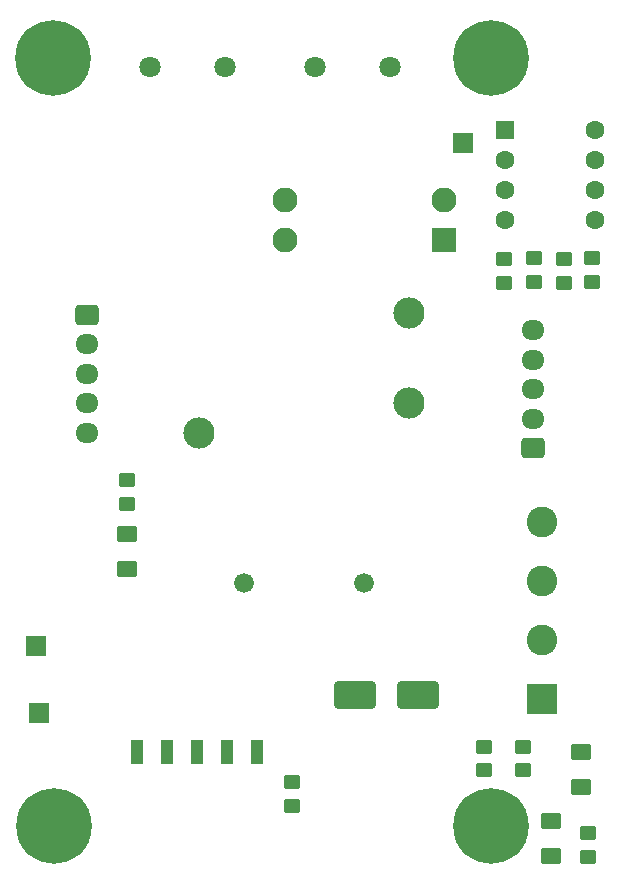
<source format=gts>
G04 #@! TF.GenerationSoftware,KiCad,Pcbnew,8.0.2+dfsg-1*
G04 #@! TF.CreationDate,2024-06-12T08:48:23-04:00*
G04 #@! TF.ProjectId,relay_board,72656c61-795f-4626-9f61-72642e6b6963,rev?*
G04 #@! TF.SameCoordinates,Original*
G04 #@! TF.FileFunction,Soldermask,Top*
G04 #@! TF.FilePolarity,Negative*
%FSLAX46Y46*%
G04 Gerber Fmt 4.6, Leading zero omitted, Abs format (unit mm)*
G04 Created by KiCad (PCBNEW 8.0.2+dfsg-1) date 2024-06-12 08:48:23*
%MOMM*%
%LPD*%
G01*
G04 APERTURE LIST*
G04 Aperture macros list*
%AMRoundRect*
0 Rectangle with rounded corners*
0 $1 Rounding radius*
0 $2 $3 $4 $5 $6 $7 $8 $9 X,Y pos of 4 corners*
0 Add a 4 corners polygon primitive as box body*
4,1,4,$2,$3,$4,$5,$6,$7,$8,$9,$2,$3,0*
0 Add four circle primitives for the rounded corners*
1,1,$1+$1,$2,$3*
1,1,$1+$1,$4,$5*
1,1,$1+$1,$6,$7*
1,1,$1+$1,$8,$9*
0 Add four rect primitives between the rounded corners*
20,1,$1+$1,$2,$3,$4,$5,0*
20,1,$1+$1,$4,$5,$6,$7,0*
20,1,$1+$1,$6,$7,$8,$9,0*
20,1,$1+$1,$8,$9,$2,$3,0*%
G04 Aperture macros list end*
%ADD10C,6.400000*%
%ADD11RoundRect,0.250000X-0.450000X0.350000X-0.450000X-0.350000X0.450000X-0.350000X0.450000X0.350000X0*%
%ADD12RoundRect,0.250000X0.450000X-0.350000X0.450000X0.350000X-0.450000X0.350000X-0.450000X-0.350000X0*%
%ADD13R,2.108200X2.108200*%
%ADD14C,2.108200*%
%ADD15RoundRect,0.250001X0.624999X-0.462499X0.624999X0.462499X-0.624999X0.462499X-0.624999X-0.462499X0*%
%ADD16R,1.600000X1.600000*%
%ADD17C,1.600000*%
%ADD18RoundRect,0.250000X-0.725000X0.600000X-0.725000X-0.600000X0.725000X-0.600000X0.725000X0.600000X0*%
%ADD19O,1.950000X1.700000*%
%ADD20RoundRect,0.250000X0.725000X-0.600000X0.725000X0.600000X-0.725000X0.600000X-0.725000X-0.600000X0*%
%ADD21RoundRect,0.250001X-0.624999X0.462499X-0.624999X-0.462499X0.624999X-0.462499X0.624999X0.462499X0*%
%ADD22R,1.700000X1.700000*%
%ADD23RoundRect,0.250000X1.500000X0.900000X-1.500000X0.900000X-1.500000X-0.900000X1.500000X-0.900000X0*%
%ADD24C,1.803400*%
%ADD25R,2.600000X2.600000*%
%ADD26C,2.600000*%
%ADD27C,2.641600*%
%ADD28C,1.676400*%
%ADD29R,1.000000X2.000000*%
G04 APERTURE END LIST*
D10*
X171069000Y-138938000D03*
D11*
X140258800Y-109642400D03*
X140258800Y-111642400D03*
D12*
X172212000Y-92948000D03*
X172212000Y-90948000D03*
D13*
X167157400Y-89281000D03*
D14*
X167157400Y-85877400D03*
X153695400Y-89281000D03*
X153695400Y-85877400D03*
D15*
X176174400Y-141492300D03*
X176174400Y-138517300D03*
D10*
X133985000Y-73914000D03*
D15*
X140309600Y-117159100D03*
X140309600Y-114184100D03*
D16*
X172313600Y-80020000D03*
D17*
X172313600Y-82560000D03*
X172313600Y-85100000D03*
X172313600Y-87640000D03*
X179933600Y-87640000D03*
X179933600Y-85100000D03*
X179933600Y-82560000D03*
X179933600Y-80020000D03*
D10*
X134112000Y-138938000D03*
D12*
X174752000Y-92846400D03*
X174752000Y-90846400D03*
X154228800Y-137194800D03*
X154228800Y-135194800D03*
D18*
X136876400Y-95634800D03*
D19*
X136876400Y-98134800D03*
X136876400Y-100634800D03*
X136876400Y-103134800D03*
X136876400Y-105634800D03*
D20*
X174701200Y-106934000D03*
D19*
X174701200Y-104434000D03*
X174701200Y-101934000D03*
X174701200Y-99434000D03*
X174701200Y-96934000D03*
D21*
X178714400Y-132624500D03*
X178714400Y-135599500D03*
D22*
X168706800Y-81076800D03*
D10*
X171069000Y-73914000D03*
D22*
X132842000Y-129336800D03*
D12*
X179324000Y-141512800D03*
X179324000Y-139512800D03*
X179679600Y-92846400D03*
X179679600Y-90846400D03*
D23*
X164955200Y-127812800D03*
X159555200Y-127812800D03*
D11*
X170484800Y-132197600D03*
X170484800Y-134197600D03*
D24*
X142265400Y-74677001D03*
X148615400Y-74677001D03*
D22*
X132588000Y-123647200D03*
D25*
X175395000Y-128150000D03*
D26*
X175395000Y-123150000D03*
X175395000Y-118150000D03*
X175395000Y-113150000D03*
D12*
X177292000Y-92897200D03*
X177292000Y-90897200D03*
D24*
X156235400Y-74677001D03*
X162585400Y-74677001D03*
D27*
X146354800Y-105613200D03*
X164134800Y-103073200D03*
D28*
X160324800Y-118313200D03*
X150164800Y-118313200D03*
D27*
X164134800Y-95453200D03*
D11*
X173786800Y-132197600D03*
X173786800Y-134197600D03*
D29*
X151282400Y-132680500D03*
X148742400Y-132680500D03*
X146202400Y-132680500D03*
X143662400Y-132680500D03*
X141122400Y-132680500D03*
M02*

</source>
